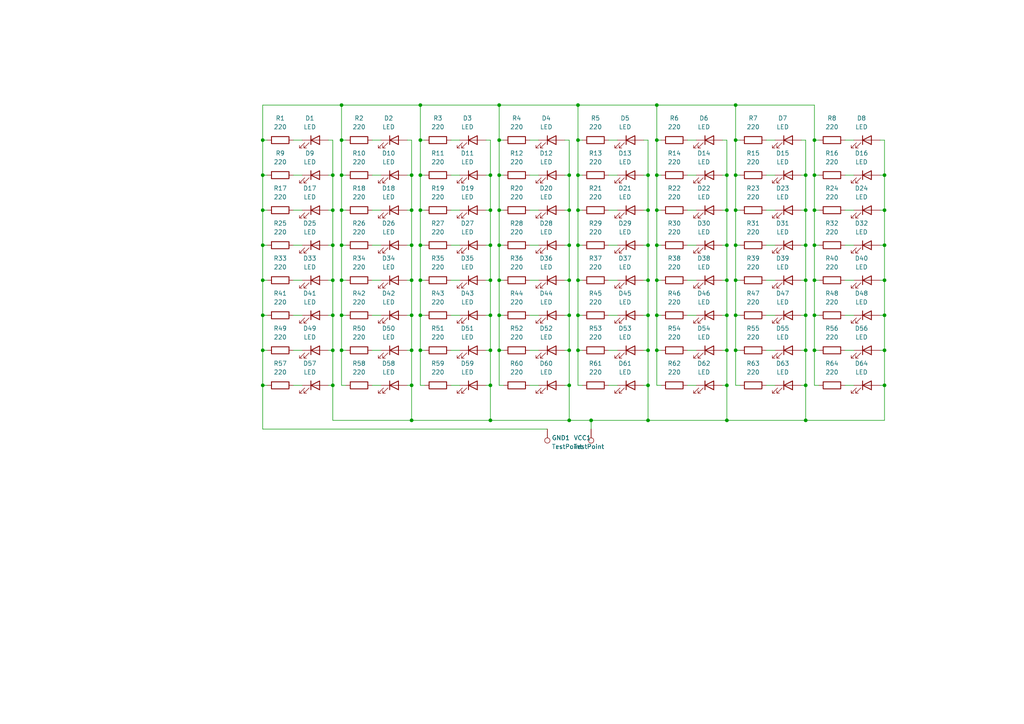
<source format=kicad_sch>
(kicad_sch (version 20211123) (generator eeschema)
  (paper "A4")
  (junction (at 76.2 50.8))
  (junction (at 165.1 111.76))
  (junction (at 76.2 71.12))
  (junction (at 236.22 81.28))
  (junction (at 256.54 50.8))
  (junction (at 187.96 50.8))
  (junction (at 187.96 60.96))
  (junction (at 190.5 60.96))
  (junction (at 121.92 101.6))
  (junction (at 119.38 121.92))
  (junction (at 190.5 101.6))
  (junction (at 142.24 101.6))
  (junction (at 190.5 81.28))
  (junction (at 144.78 50.8))
  (junction (at 96.52 60.96))
  (junction (at 187.96 81.28))
  (junction (at 165.1 91.44))
  (junction (at 142.24 121.92))
  (junction (at 190.5 30.48))
  (junction (at 76.2 81.28))
  (junction (at 233.68 111.76))
  (junction (at 233.68 91.44))
  (junction (at 210.82 81.28))
  (junction (at 190.5 50.8))
  (junction (at 236.22 101.6))
  (junction (at 167.64 81.28))
  (junction (at 144.78 71.12))
  (junction (at 236.22 91.44))
  (junction (at 144.78 81.28))
  (junction (at 96.52 91.44))
  (junction (at 76.2 91.44))
  (junction (at 76.2 40.64))
  (junction (at 165.1 121.92))
  (junction (at 233.68 121.92))
  (junction (at 142.24 50.8))
  (junction (at 256.54 60.96))
  (junction (at 236.22 60.96))
  (junction (at 119.38 50.8))
  (junction (at 187.96 111.76))
  (junction (at 144.78 40.64))
  (junction (at 96.52 71.12))
  (junction (at 165.1 101.6))
  (junction (at 96.52 101.6))
  (junction (at 99.06 60.96))
  (junction (at 213.36 81.28))
  (junction (at 76.2 111.76))
  (junction (at 99.06 30.48))
  (junction (at 99.06 91.44))
  (junction (at 121.92 71.12))
  (junction (at 213.36 71.12))
  (junction (at 96.52 81.28))
  (junction (at 213.36 40.64))
  (junction (at 210.82 91.44))
  (junction (at 119.38 81.28))
  (junction (at 119.38 71.12))
  (junction (at 210.82 71.12))
  (junction (at 190.5 40.64))
  (junction (at 167.64 40.64))
  (junction (at 187.96 121.92))
  (junction (at 187.96 91.44))
  (junction (at 256.54 91.44))
  (junction (at 210.82 111.76))
  (junction (at 167.64 30.48))
  (junction (at 210.82 121.92))
  (junction (at 210.82 60.96))
  (junction (at 76.2 101.6))
  (junction (at 236.22 71.12))
  (junction (at 144.78 91.44))
  (junction (at 256.54 101.6))
  (junction (at 210.82 101.6))
  (junction (at 119.38 60.96))
  (junction (at 210.82 50.8))
  (junction (at 119.38 111.76))
  (junction (at 213.36 30.48))
  (junction (at 121.92 91.44))
  (junction (at 142.24 91.44))
  (junction (at 99.06 50.8))
  (junction (at 187.96 101.6))
  (junction (at 121.92 40.64))
  (junction (at 165.1 50.8))
  (junction (at 236.22 50.8))
  (junction (at 99.06 40.64))
  (junction (at 142.24 71.12))
  (junction (at 233.68 50.8))
  (junction (at 233.68 71.12))
  (junction (at 167.64 50.8))
  (junction (at 121.92 60.96))
  (junction (at 99.06 101.6))
  (junction (at 256.54 111.76))
  (junction (at 213.36 101.6))
  (junction (at 236.22 40.64))
  (junction (at 121.92 81.28))
  (junction (at 167.64 71.12))
  (junction (at 144.78 60.96))
  (junction (at 190.5 91.44))
  (junction (at 119.38 101.6))
  (junction (at 144.78 101.6))
  (junction (at 187.96 71.12))
  (junction (at 142.24 60.96))
  (junction (at 213.36 91.44))
  (junction (at 99.06 81.28))
  (junction (at 233.68 101.6))
  (junction (at 167.64 101.6))
  (junction (at 96.52 111.76))
  (junction (at 119.38 91.44))
  (junction (at 233.68 81.28))
  (junction (at 165.1 71.12))
  (junction (at 165.1 81.28))
  (junction (at 167.64 60.96))
  (junction (at 233.68 60.96))
  (junction (at 213.36 60.96))
  (junction (at 165.1 60.96))
  (junction (at 121.92 30.48))
  (junction (at 99.06 71.12))
  (junction (at 190.5 71.12))
  (junction (at 171.45 121.92))
  (junction (at 96.52 50.8))
  (junction (at 76.2 60.96))
  (junction (at 256.54 81.28))
  (junction (at 121.92 50.8))
  (junction (at 256.54 71.12))
  (junction (at 144.78 30.48))
  (junction (at 167.64 91.44))
  (junction (at 213.36 50.8))
  (junction (at 142.24 111.76))
  (junction (at 142.24 81.28))
  (wire (pts (xy 76.2 40.64) (xy 77.47 40.64)))
  (wire (pts (xy 213.36 40.64) (xy 214.63 40.64)))
  (wire (pts (xy 144.78 30.48) (xy 144.78 40.64)))
  (wire (pts (xy 187.96 121.92) (xy 210.82 121.92)))
  (wire (pts (xy 99.06 30.48) (xy 121.92 30.48)))
  (wire (pts (xy 186.69 101.6) (xy 187.96 101.6)))
  (wire (pts (xy 256.54 81.28) (xy 256.54 91.44)))
  (wire (pts (xy 76.2 60.96) (xy 76.2 71.12)))
  (wire (pts (xy 187.96 60.96) (xy 187.96 71.12)))
  (wire (pts (xy 96.52 71.12) (xy 96.52 81.28)))
  (wire (pts (xy 99.06 71.12) (xy 100.33 71.12)))
  (wire (pts (xy 209.55 40.64) (xy 210.82 40.64)))
  (wire (pts (xy 190.5 30.48) (xy 190.5 40.64)))
  (wire (pts (xy 76.2 81.28) (xy 77.47 81.28)))
  (wire (pts (xy 213.36 91.44) (xy 213.36 101.6)))
  (wire (pts (xy 96.52 91.44) (xy 96.52 101.6)))
  (wire (pts (xy 119.38 50.8) (xy 119.38 60.96)))
  (wire (pts (xy 144.78 111.76) (xy 146.05 111.76)))
  (wire (pts (xy 76.2 111.76) (xy 76.2 124.46)))
  (wire (pts (xy 256.54 40.64) (xy 256.54 50.8)))
  (wire (pts (xy 99.06 81.28) (xy 99.06 91.44)))
  (wire (pts (xy 232.41 81.28) (xy 233.68 81.28)))
  (wire (pts (xy 222.25 50.8) (xy 224.79 50.8)))
  (wire (pts (xy 232.41 101.6) (xy 233.68 101.6)))
  (wire (pts (xy 213.36 50.8) (xy 214.63 50.8)))
  (wire (pts (xy 210.82 101.6) (xy 210.82 111.76)))
  (wire (pts (xy 213.36 101.6) (xy 214.63 101.6)))
  (wire (pts (xy 76.2 50.8) (xy 76.2 60.96)))
  (wire (pts (xy 118.11 81.28) (xy 119.38 81.28)))
  (wire (pts (xy 107.95 71.12) (xy 110.49 71.12)))
  (wire (pts (xy 119.38 121.92) (xy 142.24 121.92)))
  (wire (pts (xy 121.92 40.64) (xy 121.92 50.8)))
  (wire (pts (xy 121.92 91.44) (xy 121.92 101.6)))
  (wire (pts (xy 144.78 101.6) (xy 144.78 111.76)))
  (wire (pts (xy 255.27 101.6) (xy 256.54 101.6)))
  (wire (pts (xy 167.64 71.12) (xy 167.64 81.28)))
  (wire (pts (xy 187.96 91.44) (xy 187.96 101.6)))
  (wire (pts (xy 186.69 71.12) (xy 187.96 71.12)))
  (wire (pts (xy 99.06 30.48) (xy 99.06 40.64)))
  (wire (pts (xy 121.92 101.6) (xy 121.92 111.76)))
  (wire (pts (xy 107.95 50.8) (xy 110.49 50.8)))
  (wire (pts (xy 236.22 60.96) (xy 237.49 60.96)))
  (wire (pts (xy 130.81 50.8) (xy 133.35 50.8)))
  (wire (pts (xy 222.25 71.12) (xy 224.79 71.12)))
  (wire (pts (xy 130.81 111.76) (xy 133.35 111.76)))
  (wire (pts (xy 76.2 60.96) (xy 77.47 60.96)))
  (wire (pts (xy 76.2 111.76) (xy 77.47 111.76)))
  (wire (pts (xy 140.97 81.28) (xy 142.24 81.28)))
  (wire (pts (xy 76.2 91.44) (xy 77.47 91.44)))
  (wire (pts (xy 167.64 91.44) (xy 167.64 101.6)))
  (wire (pts (xy 213.36 71.12) (xy 213.36 81.28)))
  (wire (pts (xy 99.06 91.44) (xy 99.06 101.6)))
  (wire (pts (xy 121.92 91.44) (xy 123.19 91.44)))
  (wire (pts (xy 76.2 71.12) (xy 77.47 71.12)))
  (wire (pts (xy 76.2 30.48) (xy 76.2 40.64)))
  (wire (pts (xy 144.78 50.8) (xy 144.78 60.96)))
  (wire (pts (xy 213.36 60.96) (xy 214.63 60.96)))
  (wire (pts (xy 210.82 121.92) (xy 233.68 121.92)))
  (wire (pts (xy 121.92 71.12) (xy 121.92 81.28)))
  (wire (pts (xy 99.06 60.96) (xy 100.33 60.96)))
  (wire (pts (xy 232.41 40.64) (xy 233.68 40.64)))
  (wire (pts (xy 163.83 101.6) (xy 165.1 101.6)))
  (wire (pts (xy 190.5 71.12) (xy 191.77 71.12)))
  (wire (pts (xy 256.54 50.8) (xy 256.54 60.96)))
  (wire (pts (xy 167.64 60.96) (xy 168.91 60.96)))
  (wire (pts (xy 142.24 91.44) (xy 142.24 101.6)))
  (wire (pts (xy 96.52 60.96) (xy 96.52 71.12)))
  (wire (pts (xy 236.22 71.12) (xy 236.22 81.28)))
  (wire (pts (xy 130.81 101.6) (xy 133.35 101.6)))
  (wire (pts (xy 167.64 50.8) (xy 168.91 50.8)))
  (wire (pts (xy 213.36 30.48) (xy 190.5 30.48)))
  (wire (pts (xy 144.78 91.44) (xy 146.05 91.44)))
  (wire (pts (xy 85.09 71.12) (xy 87.63 71.12)))
  (wire (pts (xy 76.2 101.6) (xy 77.47 101.6)))
  (wire (pts (xy 119.38 81.28) (xy 119.38 91.44)))
  (wire (pts (xy 76.2 50.8) (xy 77.47 50.8)))
  (wire (pts (xy 233.68 81.28) (xy 233.68 91.44)))
  (wire (pts (xy 222.25 81.28) (xy 224.79 81.28)))
  (wire (pts (xy 236.22 40.64) (xy 237.49 40.64)))
  (wire (pts (xy 144.78 81.28) (xy 144.78 91.44)))
  (wire (pts (xy 118.11 60.96) (xy 119.38 60.96)))
  (wire (pts (xy 121.92 30.48) (xy 121.92 40.64)))
  (wire (pts (xy 121.92 40.64) (xy 123.19 40.64)))
  (wire (pts (xy 236.22 50.8) (xy 237.49 50.8)))
  (wire (pts (xy 163.83 111.76) (xy 165.1 111.76)))
  (wire (pts (xy 210.82 60.96) (xy 210.82 71.12)))
  (wire (pts (xy 255.27 91.44) (xy 256.54 91.44)))
  (wire (pts (xy 167.64 50.8) (xy 167.64 60.96)))
  (wire (pts (xy 99.06 50.8) (xy 100.33 50.8)))
  (wire (pts (xy 209.55 81.28) (xy 210.82 81.28)))
  (wire (pts (xy 121.92 30.48) (xy 144.78 30.48)))
  (wire (pts (xy 210.82 40.64) (xy 210.82 50.8)))
  (wire (pts (xy 130.81 60.96) (xy 133.35 60.96)))
  (wire (pts (xy 167.64 111.76) (xy 168.91 111.76)))
  (wire (pts (xy 95.25 40.64) (xy 96.52 40.64)))
  (wire (pts (xy 119.38 71.12) (xy 119.38 81.28)))
  (wire (pts (xy 232.41 91.44) (xy 233.68 91.44)))
  (wire (pts (xy 190.5 81.28) (xy 190.5 91.44)))
  (wire (pts (xy 130.81 40.64) (xy 133.35 40.64)))
  (wire (pts (xy 121.92 81.28) (xy 123.19 81.28)))
  (wire (pts (xy 210.82 71.12) (xy 210.82 81.28)))
  (wire (pts (xy 76.2 124.46) (xy 158.75 124.46)))
  (wire (pts (xy 245.11 91.44) (xy 247.65 91.44)))
  (wire (pts (xy 236.22 111.76) (xy 237.49 111.76)))
  (wire (pts (xy 153.67 101.6) (xy 156.21 101.6)))
  (wire (pts (xy 96.52 40.64) (xy 96.52 50.8)))
  (wire (pts (xy 121.92 81.28) (xy 121.92 91.44)))
  (wire (pts (xy 121.92 111.76) (xy 123.19 111.76)))
  (wire (pts (xy 256.54 121.92) (xy 256.54 111.76)))
  (wire (pts (xy 163.83 91.44) (xy 165.1 91.44)))
  (wire (pts (xy 140.97 50.8) (xy 142.24 50.8)))
  (wire (pts (xy 236.22 101.6) (xy 237.49 101.6)))
  (wire (pts (xy 190.5 81.28) (xy 191.77 81.28)))
  (wire (pts (xy 210.82 111.76) (xy 210.82 121.92)))
  (wire (pts (xy 176.53 91.44) (xy 179.07 91.44)))
  (wire (pts (xy 187.96 50.8) (xy 187.96 60.96)))
  (wire (pts (xy 119.38 101.6) (xy 119.38 111.76)))
  (wire (pts (xy 187.96 40.64) (xy 187.96 50.8)))
  (wire (pts (xy 236.22 50.8) (xy 236.22 60.96)))
  (wire (pts (xy 213.36 91.44) (xy 214.63 91.44)))
  (wire (pts (xy 140.97 60.96) (xy 142.24 60.96)))
  (wire (pts (xy 121.92 101.6) (xy 123.19 101.6)))
  (wire (pts (xy 209.55 71.12) (xy 210.82 71.12)))
  (wire (pts (xy 144.78 81.28) (xy 146.05 81.28)))
  (wire (pts (xy 245.11 111.76) (xy 247.65 111.76)))
  (wire (pts (xy 96.52 121.92) (xy 119.38 121.92)))
  (wire (pts (xy 165.1 81.28) (xy 165.1 91.44)))
  (wire (pts (xy 165.1 60.96) (xy 165.1 71.12)))
  (wire (pts (xy 236.22 101.6) (xy 236.22 111.76)))
  (wire (pts (xy 118.11 101.6) (xy 119.38 101.6)))
  (wire (pts (xy 187.96 101.6) (xy 187.96 111.76)))
  (wire (pts (xy 186.69 91.44) (xy 187.96 91.44)))
  (wire (pts (xy 255.27 81.28) (xy 256.54 81.28)))
  (wire (pts (xy 142.24 71.12) (xy 142.24 81.28)))
  (wire (pts (xy 213.36 71.12) (xy 214.63 71.12)))
  (wire (pts (xy 107.95 101.6) (xy 110.49 101.6)))
  (wire (pts (xy 167.64 60.96) (xy 167.64 71.12)))
  (wire (pts (xy 222.25 91.44) (xy 224.79 91.44)))
  (wire (pts (xy 176.53 111.76) (xy 179.07 111.76)))
  (wire (pts (xy 118.11 40.64) (xy 119.38 40.64)))
  (wire (pts (xy 96.52 50.8) (xy 96.52 60.96)))
  (wire (pts (xy 213.36 81.28) (xy 213.36 91.44)))
  (wire (pts (xy 245.11 50.8) (xy 247.65 50.8)))
  (wire (pts (xy 165.1 50.8) (xy 165.1 60.96)))
  (wire (pts (xy 144.78 71.12) (xy 144.78 81.28)))
  (wire (pts (xy 186.69 81.28) (xy 187.96 81.28)))
  (wire (pts (xy 233.68 50.8) (xy 233.68 60.96)))
  (wire (pts (xy 99.06 40.64) (xy 100.33 40.64)))
  (wire (pts (xy 255.27 40.64) (xy 256.54 40.64)))
  (wire (pts (xy 95.25 111.76) (xy 96.52 111.76)))
  (wire (pts (xy 167.64 40.64) (xy 167.64 50.8)))
  (wire (pts (xy 236.22 91.44) (xy 236.22 101.6)))
  (wire (pts (xy 255.27 71.12) (xy 256.54 71.12)))
  (wire (pts (xy 233.68 60.96) (xy 233.68 71.12)))
  (wire (pts (xy 99.06 91.44) (xy 100.33 91.44)))
  (wire (pts (xy 167.64 81.28) (xy 168.91 81.28)))
  (wire (pts (xy 118.11 111.76) (xy 119.38 111.76)))
  (wire (pts (xy 213.36 30.48) (xy 213.36 40.64)))
  (wire (pts (xy 144.78 40.64) (xy 146.05 40.64)))
  (wire (pts (xy 144.78 71.12) (xy 146.05 71.12)))
  (wire (pts (xy 85.09 101.6) (xy 87.63 101.6)))
  (wire (pts (xy 107.95 81.28) (xy 110.49 81.28)))
  (wire (pts (xy 186.69 111.76) (xy 187.96 111.76)))
  (wire (pts (xy 236.22 40.64) (xy 236.22 50.8)))
  (wire (pts (xy 121.92 60.96) (xy 121.92 71.12)))
  (wire (pts (xy 167.64 40.64) (xy 168.91 40.64)))
  (wire (pts (xy 144.78 101.6) (xy 146.05 101.6)))
  (wire (pts (xy 85.09 111.76) (xy 87.63 111.76)))
  (wire (pts (xy 190.5 40.64) (xy 191.77 40.64)))
  (wire (pts (xy 165.1 121.92) (xy 171.45 121.92)))
  (wire (pts (xy 236.22 30.48) (xy 236.22 40.64)))
  (wire (pts (xy 256.54 71.12) (xy 256.54 81.28)))
  (wire (pts (xy 99.06 60.96) (xy 99.06 71.12)))
  (wire (pts (xy 99.06 71.12) (xy 99.06 81.28)))
  (wire (pts (xy 95.25 50.8) (xy 96.52 50.8)))
  (wire (pts (xy 140.97 71.12) (xy 142.24 71.12)))
  (wire (pts (xy 176.53 101.6) (xy 179.07 101.6)))
  (wire (pts (xy 199.39 40.64) (xy 201.93 40.64)))
  (wire (pts (xy 85.09 91.44) (xy 87.63 91.44)))
  (wire (pts (xy 153.67 50.8) (xy 156.21 50.8)))
  (wire (pts (xy 95.25 60.96) (xy 96.52 60.96)))
  (wire (pts (xy 142.24 81.28) (xy 142.24 91.44)))
  (wire (pts (xy 233.68 101.6) (xy 233.68 111.76)))
  (wire (pts (xy 153.67 40.64) (xy 156.21 40.64)))
  (wire (pts (xy 190.5 50.8) (xy 191.77 50.8)))
  (wire (pts (xy 190.5 91.44) (xy 190.5 101.6)))
  (wire (pts (xy 121.92 60.96) (xy 123.19 60.96)))
  (wire (pts (xy 167.64 91.44) (xy 168.91 91.44)))
  (wire (pts (xy 232.41 111.76) (xy 233.68 111.76)))
  (wire (pts (xy 167.64 101.6) (xy 167.64 111.76)))
  (wire (pts (xy 210.82 81.28) (xy 210.82 91.44)))
  (wire (pts (xy 96.52 101.6) (xy 96.52 111.76)))
  (wire (pts (xy 165.1 40.64) (xy 165.1 50.8)))
  (wire (pts (xy 140.97 101.6) (xy 142.24 101.6)))
  (wire (pts (xy 95.25 101.6) (xy 96.52 101.6)))
  (wire (pts (xy 190.5 111.76) (xy 191.77 111.76)))
  (wire (pts (xy 199.39 60.96) (xy 201.93 60.96)))
  (wire (pts (xy 107.95 60.96) (xy 110.49 60.96)))
  (wire (pts (xy 144.78 50.8) (xy 146.05 50.8)))
  (wire (pts (xy 213.36 50.8) (xy 213.36 60.96)))
  (wire (pts (xy 85.09 81.28) (xy 87.63 81.28)))
  (wire (pts (xy 171.45 121.92) (xy 171.45 124.46)))
  (wire (pts (xy 167.64 101.6) (xy 168.91 101.6)))
  (wire (pts (xy 99.06 50.8) (xy 99.06 60.96)))
  (wire (pts (xy 210.82 91.44) (xy 210.82 101.6)))
  (wire (pts (xy 190.5 60.96) (xy 190.5 71.12)))
  (wire (pts (xy 233.68 91.44) (xy 233.68 101.6)))
  (wire (pts (xy 176.53 40.64) (xy 179.07 40.64)))
  (wire (pts (xy 107.95 91.44) (xy 110.49 91.44)))
  (wire (pts (xy 163.83 50.8) (xy 165.1 50.8)))
  (wire (pts (xy 187.96 111.76) (xy 187.96 121.92)))
  (wire (pts (xy 144.78 30.48) (xy 167.64 30.48)))
  (wire (pts (xy 76.2 91.44) (xy 76.2 101.6)))
  (wire (pts (xy 119.38 111.76) (xy 119.38 121.92)))
  (wire (pts (xy 171.45 121.92) (xy 187.96 121.92)))
  (wire (pts (xy 199.39 91.44) (xy 201.93 91.44)))
  (wire (pts (xy 163.83 71.12) (xy 165.1 71.12)))
  (wire (pts (xy 130.81 71.12) (xy 133.35 71.12)))
  (wire (pts (xy 210.82 50.8) (xy 210.82 60.96)))
  (wire (pts (xy 209.55 91.44) (xy 210.82 91.44)))
  (wire (pts (xy 85.09 50.8) (xy 87.63 50.8)))
  (wire (pts (xy 236.22 60.96) (xy 236.22 71.12)))
  (wire (pts (xy 85.09 40.64) (xy 87.63 40.64)))
  (wire (pts (xy 107.95 40.64) (xy 110.49 40.64)))
  (wire (pts (xy 144.78 60.96) (xy 144.78 71.12)))
  (wire (pts (xy 176.53 71.12) (xy 179.07 71.12)))
  (wire (pts (xy 144.78 40.64) (xy 144.78 50.8)))
  (wire (pts (xy 76.2 81.28) (xy 76.2 91.44)))
  (wire (pts (xy 176.53 81.28) (xy 179.07 81.28)))
  (wire (pts (xy 176.53 50.8) (xy 179.07 50.8)))
  (wire (pts (xy 190.5 60.96) (xy 191.77 60.96)))
  (wire (pts (xy 233.68 111.76) (xy 233.68 121.92)))
  (wire (pts (xy 99.06 111.76) (xy 100.33 111.76)))
  (wire (pts (xy 245.11 40.64) (xy 247.65 40.64)))
  (wire (pts (xy 99.06 101.6) (xy 99.06 111.76)))
  (wire (pts (xy 236.22 91.44) (xy 237.49 91.44)))
  (wire (pts (xy 165.1 71.12) (xy 165.1 81.28)))
  (wire (pts (xy 190.5 71.12) (xy 190.5 81.28)))
  (wire (pts (xy 245.11 71.12) (xy 247.65 71.12)))
  (wire (pts (xy 245.11 81.28) (xy 247.65 81.28)))
  (wire (pts (xy 213.36 30.48) (xy 236.22 30.48)))
  (wire (pts (xy 142.24 121.92) (xy 165.1 121.92)))
  (wire (pts (xy 140.97 91.44) (xy 142.24 91.44)))
  (wire (pts (xy 163.83 60.96) (xy 165.1 60.96)))
  (wire (pts (xy 245.11 60.96) (xy 247.65 60.96)))
  (wire (pts (xy 209.55 60.96) (xy 210.82 60.96)))
  (wire (pts (xy 232.41 50.8) (xy 233.68 50.8)))
  (wire (pts (xy 186.69 60.96) (xy 187.96 60.96)))
  (wire (pts (xy 199.39 81.28) (xy 201.93 81.28)))
  (wire (pts (xy 142.24 50.8) (xy 142.24 60.96)))
  (wire (pts (xy 233.68 121.92) (xy 256.54 121.92)))
  (wire (pts (xy 190.5 91.44) (xy 191.77 91.44)))
  (wire (pts (xy 199.39 101.6) (xy 201.93 101.6)))
  (wire (pts (xy 245.11 101.6) (xy 247.65 101.6)))
  (wire (pts (xy 236.22 71.12) (xy 237.49 71.12)))
  (wire (pts (xy 256.54 101.6) (xy 256.54 111.76)))
  (wire (pts (xy 153.67 60.96) (xy 156.21 60.96)))
  (wire (pts (xy 236.22 81.28) (xy 236.22 91.44)))
  (wire (pts (xy 95.25 91.44) (xy 96.52 91.44)))
  (wire (pts (xy 153.67 111.76) (xy 156.21 111.76)))
  (wire (pts (xy 222.25 111.76) (xy 224.79 111.76)))
  (wire (pts (xy 142.24 40.64) (xy 142.24 50.8)))
  (wire (pts (xy 121.92 71.12) (xy 123.19 71.12)))
  (wire (pts (xy 165.1 91.44) (xy 165.1 101.6)))
  (wire (pts (xy 199.39 50.8) (xy 201.93 50.8)))
  (wire (pts (xy 167.64 71.12) (xy 168.91 71.12)))
  (wire (pts (xy 256.54 91.44) (xy 256.54 101.6)))
  (wire (pts (xy 140.97 111.76) (xy 142.24 111.76)))
  (wire (pts (xy 187.96 71.12) (xy 187.96 81.28)))
  (wire (pts (xy 121.92 50.8) (xy 121.92 60.96)))
  (wire (pts (xy 255.27 111.76) (xy 256.54 111.76)))
  (wire (pts (xy 190.5 101.6) (xy 191.77 101.6)))
  (wire (pts (xy 99.06 101.6) (xy 100.33 101.6)))
  (wire (pts (xy 76.2 30.48) (xy 99.06 30.48)))
  (wire (pts (xy 222.25 40.64) (xy 224.79 40.64)))
  (wire (pts (xy 118.11 71.12) (xy 119.38 71.12)))
  (wire (pts (xy 96.52 111.76) (xy 96.52 121.92)))
  (wire (pts (xy 255.27 50.8) (xy 256.54 50.8)))
  (wire (pts (xy 236.22 81.28) (xy 237.49 81.28)))
  (wire (pts (xy 165.1 111.76) (xy 165.1 121.92)))
  (wire (pts (xy 209.55 101.6) (xy 210.82 101.6)))
  (wire (pts (xy 167.64 30.48) (xy 167.64 40.64)))
  (wire (pts (xy 95.25 81.28) (xy 96.52 81.28)))
  (wire (pts (xy 142.24 111.76) (xy 142.24 121.92)))
  (wire (pts (xy 199.39 71.12) (xy 201.93 71.12)))
  (wire (pts (xy 199.39 111.76) (xy 201.93 111.76)))
  (wire (pts (xy 85.09 60.96) (xy 87.63 60.96)))
  (wire (pts (xy 76.2 101.6) (xy 76.2 111.76)))
  (wire (pts (xy 95.25 71.12) (xy 96.52 71.12)))
  (wire (pts (xy 96.52 81.28) (xy 96.52 91.44)))
  (wire (pts (xy 119.38 91.44) (xy 119.38 101.6)))
  (wire (pts (xy 190.5 50.8) (xy 190.5 60.96)))
  (wire (pts (xy 222.25 60.96) (xy 224.79 60.96)))
  (wire (pts (xy 153.67 81.28) (xy 156.21 81.28)))
  (wire (pts (xy 118.11 91.44) (xy 119.38 91.44)))
  (wire (pts (xy 119.38 60.96) (xy 119.38 71.12)))
  (wire (pts (xy 213.36 40.64) (xy 213.36 50.8)))
  (wire (pts (xy 213.36 81.28) (xy 214.63 81.28)))
  (wire (pts (xy 190.5 101.6) (xy 190.5 111.76)))
  (wire (pts (xy 213.36 101.6) (xy 213.36 111.76)))
  (wire (pts (xy 130.81 81.28) (xy 133.35 81.28)))
  (wire (pts (xy 119.38 40.64) (xy 119.38 50.8)))
  (wire (pts (xy 130.81 91.44) (xy 133.35 91.44)))
  (wire (pts (xy 186.69 50.8) (xy 187.96 50.8)))
  (wire (pts (xy 209.55 111.76) (xy 210.82 111.76)))
  (wire (pts (xy 99.06 81.28) (xy 100.33 81.28)))
  (wire (pts (xy 107.95 111.76) (xy 110.49 111.76)))
  (wire (pts (xy 99.06 40.64) (xy 99.06 50.8)))
  (wire (pts (xy 76.2 71.12) (xy 76.2 81.28)))
  (wire (pts (xy 167.64 30.48) (xy 190.5 30.48)))
  (wire (pts (xy 153.67 71.12) (xy 156.21 71.12)))
  (wire (pts (xy 187.96 81.28) (xy 187.96 91.44)))
  (wire (pts (xy 163.83 40.64) (xy 165.1 40.64)))
  (wire (pts (xy 163.83 81.28) (xy 165.1 81.28)))
  (wire (pts (xy 118.11 50.8) (xy 119.38 50.8)))
  (wire (pts (xy 165.1 101.6) (xy 165.1 111.76)))
  (wire (pts (xy 176.53 60.96) (xy 179.07 60.96)))
  (wire (pts (xy 142.24 101.6) (xy 142.24 111.76)))
  (wire (pts (xy 76.2 40.64) (xy 76.2 50.8)))
  (wire (pts (xy 233.68 71.12) (xy 233.68 81.28)))
  (wire (pts (xy 153.67 91.44) (xy 156.21 91.44)))
  (wire (pts (xy 209.55 50.8) (xy 210.82 50.8)))
  (wire (pts (xy 144.78 60.96) (xy 146.05 60.96)))
  (wire (pts (xy 213.36 111.76) (xy 214.63 111.76)))
  (wire (pts (xy 222.25 101.6) (xy 224.79 101.6)))
  (wire (pts (xy 121.92 50.8) (xy 123.19 50.8)))
  (wire (pts (xy 233.68 40.64) (xy 233.68 50.8)))
  (wire (pts (xy 256.54 60.96) (xy 256.54 71.12)))
  (wire (pts (xy 232.41 71.12) (xy 233.68 71.12)))
  (wire (pts (xy 232.41 60.96) (xy 233.68 60.96)))
  (wire (pts (xy 186.69 40.64) (xy 187.96 40.64)))
  (wire (pts (xy 190.5 40.64) (xy 190.5 50.8)))
  (wire (pts (xy 144.78 91.44) (xy 144.78 101.6)))
  (wire (pts (xy 167.64 81.28) (xy 167.64 91.44)))
  (wire (pts (xy 255.27 60.96) (xy 256.54 60.96)))
  (wire (pts (xy 142.24 60.96) (xy 142.24 71.12)))
  (wire (pts (xy 140.97 40.64) (xy 142.24 40.64)))
  (wire (pts (xy 213.36 60.96) (xy 213.36 71.12)))
  (symbol (lib_id "Connector:TestPoint") (at 158.75 124.46 180) (unit 1)
    (property "Reference" "GND1" (at 160.02 127 0) (effects (justify right)))
    (property "Value" "TestPoint" (at 160.02 129.54 0) (effects (justify right)))
    (property "Footprint" "TestPoint:TestPoint_Pad_4.0x4.0mm" (effects hide))
  )
  (symbol (lib_id "Device:LED") (at 205.74 91.44 0) (unit 1)
    (property "Reference" "D46" (at 204.1525 85.09 0))
    (property "Value" "LED" (at 204.1525 87.63 0))
    (property "Footprint" "LED_THT:LED_D5.0mm" (effects hide))
  )
  (symbol (lib_id "Device:R") (at 195.58 101.6 90) (unit 1)
    (property "Reference" "R54" (at 195.58 95.25 90))
    (property "Value" "220" (at 195.58 97.79 90))
    (property "Footprint" "Resistor_THT:R_Axial_DIN0207_L6.3mm_D2.5mm_P7.62mm_Horizontal" (effects hide))
  )
  (symbol (lib_id "Device:LED") (at 228.6 81.28 0) (unit 1)
    (property "Reference" "D39" (at 227.0125 74.93 0))
    (property "Value" "LED" (at 227.0125 77.47 0))
    (property "Footprint" "LED_THT:LED_D5.0mm" (effects hide))
  )
  (symbol (lib_id "Device:LED") (at 251.46 71.12 0) (unit 1)
    (property "Reference" "D32" (at 249.8725 64.77 0))
    (property "Value" "LED" (at 249.8725 67.31 0))
    (property "Footprint" "LED_THT:LED_D5.0mm" (effects hide))
  )
  (symbol (lib_id "Device:LED") (at 160.02 71.12 0) (unit 1)
    (property "Reference" "D28" (at 158.4325 64.77 0))
    (property "Value" "LED" (at 158.4325 67.31 0))
    (property "Footprint" "LED_THT:LED_D5.0mm" (effects hide))
  )
  (symbol (lib_id "Device:LED") (at 137.16 91.44 0) (unit 1)
    (property "Reference" "D43" (at 135.5725 85.09 0))
    (property "Value" "LED" (at 135.5725 87.63 0))
    (property "Footprint" "LED_THT:LED_D5.0mm" (effects hide))
  )
  (symbol (lib_id "Device:R") (at 127 111.76 90) (unit 1)
    (property "Reference" "R59" (at 127 105.41 90))
    (property "Value" "220" (at 127 107.95 90))
    (property "Footprint" "Resistor_THT:R_Axial_DIN0207_L6.3mm_D2.5mm_P7.62mm_Horizontal" (effects hide))
  )
  (symbol (lib_id "Device:LED") (at 160.02 40.64 0) (unit 1)
    (property "Reference" "D4" (at 158.4325 34.29 0))
    (property "Value" "LED" (at 158.4325 36.83 0))
    (property "Footprint" "LED_THT:LED_D5.0mm" (effects hide))
  )
  (symbol (lib_id "Device:R") (at 149.86 111.76 90) (unit 1)
    (property "Reference" "R60" (at 149.86 105.41 90))
    (property "Value" "220" (at 149.86 107.95 90))
    (property "Footprint" "Resistor_THT:R_Axial_DIN0207_L6.3mm_D2.5mm_P7.62mm_Horizontal" (effects hide))
  )
  (symbol (lib_id "Device:LED") (at 137.16 111.76 0) (unit 1)
    (property "Reference" "D59" (at 135.5725 105.41 0))
    (property "Value" "LED" (at 135.5725 107.95 0))
    (property "Footprint" "LED_THT:LED_D5.0mm" (effects hide))
  )
  (symbol (lib_id "Device:LED") (at 91.44 81.28 0) (unit 1)
    (property "Reference" "D33" (at 89.8525 74.93 0))
    (property "Value" "LED" (at 89.8525 77.47 0))
    (property "Footprint" "LED_THT:LED_D5.0mm" (effects hide))
  )
  (symbol (lib_id "Device:LED") (at 91.44 60.96 0) (unit 1)
    (property "Reference" "D17" (at 89.8525 54.61 0))
    (property "Value" "LED" (at 89.8525 57.15 0))
    (property "Footprint" "LED_THT:LED_D5.0mm" (effects hide))
  )
  (symbol (lib_id "Device:LED") (at 160.02 50.8 0) (unit 1)
    (property "Reference" "D12" (at 158.4325 44.45 0))
    (property "Value" "LED" (at 158.4325 46.99 0))
    (property "Footprint" "LED_THT:LED_D5.0mm" (effects hide))
  )
  (symbol (lib_id "Device:LED") (at 182.88 91.44 0) (unit 1)
    (property "Reference" "D45" (at 181.2925 85.09 0))
    (property "Value" "LED" (at 181.2925 87.63 0))
    (property "Footprint" "LED_THT:LED_D5.0mm" (effects hide))
  )
  (symbol (lib_id "Device:R") (at 172.72 111.76 90) (unit 1)
    (property "Reference" "R61" (at 172.72 105.41 90))
    (property "Value" "220" (at 172.72 107.95 90))
    (property "Footprint" "Resistor_THT:R_Axial_DIN0207_L6.3mm_D2.5mm_P7.62mm_Horizontal" (effects hide))
  )
  (symbol (lib_id "Device:R") (at 172.72 71.12 90) (unit 1)
    (property "Reference" "R29" (at 172.72 64.77 90))
    (property "Value" "220" (at 172.72 67.31 90))
    (property "Footprint" "Resistor_THT:R_Axial_DIN0207_L6.3mm_D2.5mm_P7.62mm_Horizontal" (effects hide))
  )
  (symbol (lib_id "Device:R") (at 195.58 40.64 90) (unit 1)
    (property "Reference" "R6" (at 195.58 34.29 90))
    (property "Value" "220" (at 195.58 36.83 90))
    (property "Footprint" "Resistor_THT:R_Axial_DIN0207_L6.3mm_D2.5mm_P7.62mm_Horizontal" (effects hide))
  )
  (symbol (lib_id "Device:R") (at 218.44 91.44 90) (unit 1)
    (property "Reference" "R47" (at 218.44 85.09 90))
    (property "Value" "220" (at 218.44 87.63 90))
    (property "Footprint" "Resistor_THT:R_Axial_DIN0207_L6.3mm_D2.5mm_P7.62mm_Horizontal" (effects hide))
  )
  (symbol (lib_id "Device:R") (at 81.28 60.96 90) (unit 1)
    (property "Reference" "R17" (at 81.28 54.61 90))
    (property "Value" "220" (at 81.28 57.15 90))
    (property "Footprint" "Resistor_THT:R_Axial_DIN0207_L6.3mm_D2.5mm_P7.62mm_Horizontal" (effects hide))
  )
  (symbol (lib_id "Device:R") (at 149.86 91.44 90) (unit 1)
    (property "Reference" "R44" (at 149.86 85.09 90))
    (property "Value" "220" (at 149.86 87.63 90))
    (property "Footprint" "Resistor_THT:R_Axial_DIN0207_L6.3mm_D2.5mm_P7.62mm_Horizontal" (effects hide))
  )
  (symbol (lib_id "Device:LED") (at 228.6 60.96 0) (unit 1)
    (property "Reference" "D23" (at 227.0125 54.61 0))
    (property "Value" "LED" (at 227.0125 57.15 0))
    (property "Footprint" "LED_THT:LED_D5.0mm" (effects hide))
  )
  (symbol (lib_id "Device:R") (at 104.14 60.96 90) (unit 1)
    (property "Reference" "R18" (at 104.14 54.61 90))
    (property "Value" "220" (at 104.14 57.15 90))
    (property "Footprint" "Resistor_THT:R_Axial_DIN0207_L6.3mm_D2.5mm_P7.62mm_Horizontal" (effects hide))
  )
  (symbol (lib_id "Device:LED") (at 205.74 60.96 0) (unit 1)
    (property "Reference" "D22" (at 204.1525 54.61 0))
    (property "Value" "LED" (at 204.1525 57.15 0))
    (property "Footprint" "LED_THT:LED_D5.0mm" (effects hide))
  )
  (symbol (lib_id "Device:LED") (at 137.16 81.28 0) (unit 1)
    (property "Reference" "D35" (at 135.5725 74.93 0))
    (property "Value" "LED" (at 135.5725 77.47 0))
    (property "Footprint" "LED_THT:LED_D5.0mm" (effects hide))
  )
  (symbol (lib_id "Device:LED") (at 205.74 111.76 0) (unit 1)
    (property "Reference" "D62" (at 204.1525 105.41 0))
    (property "Value" "LED" (at 204.1525 107.95 0))
    (property "Footprint" "LED_THT:LED_D5.0mm" (effects hide))
  )
  (symbol (lib_id "Device:LED") (at 228.6 71.12 0) (unit 1)
    (property "Reference" "D31" (at 227.0125 64.77 0))
    (property "Value" "LED" (at 227.0125 67.31 0))
    (property "Footprint" "LED_THT:LED_D5.0mm" (effects hide))
  )
  (symbol (lib_id "Device:R") (at 218.44 71.12 90) (unit 1)
    (property "Reference" "R31" (at 218.44 64.77 90))
    (property "Value" "220" (at 218.44 67.31 90))
    (property "Footprint" "Resistor_THT:R_Axial_DIN0207_L6.3mm_D2.5mm_P7.62mm_Horizontal" (effects hide))
  )
  (symbol (lib_id "Device:R") (at 149.86 71.12 90) (unit 1)
    (property "Reference" "R28" (at 149.86 64.77 90))
    (property "Value" "220" (at 149.86 67.31 90))
    (property "Footprint" "Resistor_THT:R_Axial_DIN0207_L6.3mm_D2.5mm_P7.62mm_Horizontal" (effects hide))
  )
  (symbol (lib_id "Device:R") (at 104.14 50.8 90) (unit 1)
    (property "Reference" "R10" (at 104.14 44.45 90))
    (property "Value" "220" (at 104.14 46.99 90))
    (property "Footprint" "Resistor_THT:R_Axial_DIN0207_L6.3mm_D2.5mm_P7.62mm_Horizontal" (effects hide))
  )
  (symbol (lib_id "Device:R") (at 218.44 50.8 90) (unit 1)
    (property "Reference" "R15" (at 218.44 44.45 90))
    (property "Value" "220" (at 218.44 46.99 90))
    (property "Footprint" "Resistor_THT:R_Axial_DIN0207_L6.3mm_D2.5mm_P7.62mm_Horizontal" (effects hide))
  )
  (symbol (lib_id "Device:R") (at 104.14 40.64 90) (unit 1)
    (property "Reference" "R2" (at 104.14 34.29 90))
    (property "Value" "220" (at 104.14 36.83 90))
    (property "Footprint" "Resistor_THT:R_Axial_DIN0207_L6.3mm_D2.5mm_P7.62mm_Horizontal" (effects hide))
  )
  (symbol (lib_id "Device:R") (at 172.72 81.28 90) (unit 1)
    (property "Reference" "R37" (at 172.72 74.93 90))
    (property "Value" "220" (at 172.72 77.47 90))
    (property "Footprint" "Resistor_THT:R_Axial_DIN0207_L6.3mm_D2.5mm_P7.62mm_Horizontal" (effects hide))
  )
  (symbol (lib_id "Device:R") (at 149.86 50.8 90) (unit 1)
    (property "Reference" "R12" (at 149.86 44.45 90))
    (property "Value" "220" (at 149.86 46.99 90))
    (property "Footprint" "Resistor_THT:R_Axial_DIN0207_L6.3mm_D2.5mm_P7.62mm_Horizontal" (effects hide))
  )
  (symbol (lib_id "Device:LED") (at 137.16 40.64 0) (unit 1)
    (property "Reference" "D3" (at 135.5725 34.29 0))
    (property "Value" "LED" (at 135.5725 36.83 0))
    (property "Footprint" "LED_THT:LED_D5.0mm" (effects hide))
  )
  (symbol (lib_id "Device:R") (at 172.72 101.6 90) (unit 1)
    (property "Reference" "R53" (at 172.72 95.25 90))
    (property "Value" "220" (at 172.72 97.79 90))
    (property "Footprint" "Resistor_THT:R_Axial_DIN0207_L6.3mm_D2.5mm_P7.62mm_Horizontal" (effects hide))
  )
  (symbol (lib_id "Device:R") (at 127 71.12 90) (unit 1)
    (property "Reference" "R27" (at 127 64.77 90))
    (property "Value" "220" (at 127 67.31 90))
    (property "Footprint" "Resistor_THT:R_Axial_DIN0207_L6.3mm_D2.5mm_P7.62mm_Horizontal" (effects hide))
  )
  (symbol (lib_id "Device:LED") (at 91.44 71.12 0) (unit 1)
    (property "Reference" "D25" (at 89.8525 64.77 0))
    (property "Value" "LED" (at 89.8525 67.31 0))
    (property "Footprint" "LED_THT:LED_D5.0mm" (effects hide))
  )
  (symbol (lib_id "Device:R") (at 218.44 81.28 90) (unit 1)
    (property "Reference" "R39" (at 218.44 74.93 90))
    (property "Value" "220" (at 218.44 77.47 90))
    (property "Footprint" "Resistor_THT:R_Axial_DIN0207_L6.3mm_D2.5mm_P7.62mm_Horizontal" (effects hide))
  )
  (symbol (lib_id "Device:R") (at 127 60.96 90) (unit 1)
    (property "Reference" "R19" (at 127 54.61 90))
    (property "Value" "220" (at 127 57.15 90))
    (property "Footprint" "Resistor_THT:R_Axial_DIN0207_L6.3mm_D2.5mm_P7.62mm_Horizontal" (effects hide))
  )
  (symbol (lib_id "Device:R") (at 81.28 111.76 90) (unit 1)
    (property "Reference" "R57" (at 81.28 105.41 90))
    (property "Value" "220" (at 81.28 107.95 90))
    (property "Footprint" "Resistor_THT:R_Axial_DIN0207_L6.3mm_D2.5mm_P7.62mm_Horizontal" (effects hide))
  )
  (symbol (lib_id "Device:R") (at 218.44 60.96 90) (unit 1)
    (property "Reference" "R23" (at 218.44 54.61 90))
    (property "Value" "220" (at 218.44 57.15 90))
    (property "Footprint" "Resistor_THT:R_Axial_DIN0207_L6.3mm_D2.5mm_P7.62mm_Horizontal" (effects hide))
  )
  (symbol (lib_id "Device:R") (at 218.44 101.6 90) (unit 1)
    (property "Reference" "R55" (at 218.44 95.25 90))
    (property "Value" "220" (at 218.44 97.79 90))
    (property "Footprint" "Resistor_THT:R_Axial_DIN0207_L6.3mm_D2.5mm_P7.62mm_Horizontal" (effects hide))
  )
  (symbol (lib_id "Device:R") (at 241.3 60.96 90) (unit 1)
    (property "Reference" "R24" (at 241.3 54.61 90))
    (property "Value" "220" (at 241.3 57.15 90))
    (property "Footprint" "Resistor_THT:R_Axial_DIN0207_L6.3mm_D2.5mm_P7.62mm_Horizontal" (effects hide))
  )
  (symbol (lib_id "Device:LED") (at 228.6 91.44 0) (unit 1)
    (property "Reference" "D47" (at 227.0125 85.09 0))
    (property "Value" "LED" (at 227.0125 87.63 0))
    (property "Footprint" "LED_THT:LED_D5.0mm" (effects hide))
  )
  (symbol (lib_id "Device:R") (at 241.3 71.12 90) (unit 1)
    (property "Reference" "R32" (at 241.3 64.77 90))
    (property "Value" "220" (at 241.3 67.31 90))
    (property "Footprint" "Resistor_THT:R_Axial_DIN0207_L6.3mm_D2.5mm_P7.62mm_Horizontal" (effects hide))
  )
  (symbol (lib_id "Device:R") (at 104.14 101.6 90) (unit 1)
    (property "Reference" "R50" (at 104.14 95.25 90))
    (property "Value" "220" (at 104.14 97.79 90))
    (property "Footprint" "Resistor_THT:R_Axial_DIN0207_L6.3mm_D2.5mm_P7.62mm_Horizontal" (effects hide))
  )
  (symbol (lib_id "Device:LED") (at 251.46 60.96 0) (unit 1)
    (property "Reference" "D24" (at 249.8725 54.61 0))
    (property "Value" "LED" (at 249.8725 57.15 0))
    (property "Footprint" "LED_THT:LED_D5.0mm" (effects hide))
  )
  (symbol (lib_id "Device:LED") (at 251.46 111.76 0) (unit 1)
    (property "Reference" "D64" (at 249.8725 105.41 0))
    (property "Value" "LED" (at 249.8725 107.95 0))
    (property "Footprint" "LED_THT:LED_D5.0mm" (effects hide))
  )
  (symbol (lib_id "Device:LED") (at 182.88 60.96 0) (unit 1)
    (property "Reference" "D21" (at 181.2925 54.61 0))
    (property "Value" "LED" (at 181.2925 57.15 0))
    (property "Footprint" "LED_THT:LED_D5.0mm" (effects hide))
  )
  (symbol (lib_id "Device:R") (at 127 101.6 90) (unit 1)
    (property "Reference" "R51" (at 127 95.25 90))
    (property "Value" "220" (at 127 97.79 90))
    (property "Footprint" "Resistor_THT:R_Axial_DIN0207_L6.3mm_D2.5mm_P7.62mm_Horizontal" (effects hide))
  )
  (symbol (lib_id "Device:R") (at 104.14 91.44 90) (unit 1)
    (property "Reference" "R42" (at 104.14 85.09 90))
    (property "Value" "220" (at 104.14 87.63 90))
    (property "Footprint" "Resistor_THT:R_Axial_DIN0207_L6.3mm_D2.5mm_P7.62mm_Horizontal" (effects hide))
  )
  (symbol (lib_id "Device:LED") (at 137.16 71.12 0) (unit 1)
    (property "Reference" "D27" (at 135.5725 64.77 0))
    (property "Value" "LED" (at 135.5725 67.31 0))
    (property "Footprint" "LED_THT:LED_D5.0mm" (effects hide))
  )
  (symbol (lib_id "Device:LED") (at 137.16 60.96 0) (unit 1)
    (property "Reference" "D19" (at 135.5725 54.61 0))
    (property "Value" "LED" (at 135.5725 57.15 0))
    (property "Footprint" "LED_THT:LED_D5.0mm" (effects hide))
  )
  (symbol (lib_id "Device:LED") (at 205.74 40.64 0) (unit 1)
    (property "Reference" "D6" (at 204.1525 34.29 0))
    (property "Value" "LED" (at 204.1525 36.83 0))
    (property "Footprint" "LED_THT:LED_D5.0mm" (effects hide))
  )
  (symbol (lib_id "Device:LED") (at 114.3 101.6 0) (unit 1)
    (property "Reference" "D50" (at 112.7125 95.25 0))
    (property "Value" "LED" (at 112.7125 97.79 0))
    (property "Footprint" "LED_THT:LED_D5.0mm" (effects hide))
  )
  (symbol (lib_id "Device:R") (at 241.3 50.8 90) (unit 1)
    (property "Reference" "R16" (at 241.3 44.45 90))
    (property "Value" "220" (at 241.3 46.99 90))
    (property "Footprint" "Resistor_THT:R_Axial_DIN0207_L6.3mm_D2.5mm_P7.62mm_Horizontal" (effects hide))
  )
  (symbol (lib_id "Device:LED") (at 91.44 91.44 0) (unit 1)
    (property "Reference" "D41" (at 89.8525 85.09 0))
    (property "Value" "LED" (at 89.8525 87.63 0))
    (property "Footprint" "LED_THT:LED_D5.0mm" (effects hide))
  )
  (symbol (lib_id "Device:R") (at 149.86 60.96 90) (unit 1)
    (property "Reference" "R20" (at 149.86 54.61 90))
    (property "Value" "220" (at 149.86 57.15 90))
    (property "Footprint" "Resistor_THT:R_Axial_DIN0207_L6.3mm_D2.5mm_P7.62mm_Horizontal" (effects hide))
  )
  (symbol (lib_id "Device:R") (at 241.3 81.28 90) (unit 1)
    (property "Reference" "R40" (at 241.3 74.93 90))
    (property "Value" "220" (at 241.3 77.47 90))
    (property "Footprint" "Resistor_THT:R_Axial_DIN0207_L6.3mm_D2.5mm_P7.62mm_Horizontal" (effects hide))
  )
  (symbol (lib_id "Device:LED") (at 205.74 81.28 0) (unit 1)
    (property "Reference" "D38" (at 204.1525 74.93 0))
    (property "Value" "LED" (at 204.1525 77.47 0))
    (property "Footprint" "LED_THT:LED_D5.0mm" (effects hide))
  )
  (symbol (lib_id "Device:LED") (at 228.6 111.76 0) (unit 1)
    (property "Reference" "D63" (at 227.0125 105.41 0))
    (property "Value" "LED" (at 227.0125 107.95 0))
    (property "Footprint" "LED_THT:LED_D5.0mm" (effects hide))
  )
  (symbol (lib_id "Device:R") (at 172.72 60.96 90) (unit 1)
    (property "Reference" "R21" (at 172.72 54.61 90))
    (property "Value" "220" (at 172.72 57.15 90))
    (property "Footprint" "Resistor_THT:R_Axial_DIN0207_L6.3mm_D2.5mm_P7.62mm_Horizontal" (effects hide))
  )
  (symbol (lib_id "Device:LED") (at 160.02 101.6 0) (unit 1)
    (property "Reference" "D52" (at 158.4325 95.25 0))
    (property "Value" "LED" (at 158.4325 97.79 0))
    (property "Footprint" "LED_THT:LED_D5.0mm" (effects hide))
  )
  (symbol (lib_id "Device:R") (at 81.28 91.44 90) (unit 1)
    (property "Reference" "R41" (at 81.28 85.09 90))
    (property "Value" "220" (at 81.28 87.63 90))
    (property "Footprint" "Resistor_THT:R_Axial_DIN0207_L6.3mm_D2.5mm_P7.62mm_Horizontal" (effects hide))
  )
  (symbol (lib_id "Device:LED") (at 114.3 40.64 0) (unit 1)
    (property "Reference" "D2" (at 112.7125 34.29 0))
    (property "Value" "LED" (at 112.7125 36.83 0))
    (property "Footprint" "LED_THT:LED_D5.0mm" (effects hide))
  )
  (symbol (lib_id "Device:R") (at 172.72 40.64 90) (unit 1)
    (property "Reference" "R5" (at 172.72 34.29 90))
    (property "Value" "220" (at 172.72 36.83 90))
    (property "Footprint" "Resistor_THT:R_Axial_DIN0207_L6.3mm_D2.5mm_P7.62mm_Horizontal" (effects hide))
  )
  (symbol (lib_id "Device:R") (at 81.28 71.12 90) (unit 1)
    (property "Reference" "R25" (at 81.28 64.77 90))
    (property "Value" "220" (at 81.28 67.31 90))
    (property "Footprint" "Resistor_THT:R_Axial_DIN0207_L6.3mm_D2.5mm_P7.62mm_Horizontal" (effects hide))
  )
  (symbol (lib_id "Device:R") (at 241.3 40.64 90) (unit 1)
    (property "Reference" "R8" (at 241.3 34.29 90))
    (property "Value" "220" (at 241.3 36.83 90))
    (property "Footprint" "Resistor_THT:R_Axial_DIN0207_L6.3mm_D2.5mm_P7.62mm_Horizontal" (effects hide))
  )
  (symbol (lib_id "Device:R") (at 195.58 71.12 90) (unit 1)
    (property "Reference" "R30" (at 195.58 64.77 90))
    (property "Value" "220" (at 195.58 67.31 90))
    (property "Footprint" "Resistor_THT:R_Axial_DIN0207_L6.3mm_D2.5mm_P7.62mm_Horizontal" (effects hide))
  )
  (symbol (lib_id "Device:R") (at 172.72 91.44 90) (unit 1)
    (property "Reference" "R45" (at 172.72 85.09 90))
    (property "Value" "220" (at 172.72 87.63 90))
    (property "Footprint" "Resistor_THT:R_Axial_DIN0207_L6.3mm_D2.5mm_P7.62mm_Horizontal" (effects hide))
  )
  (symbol (lib_id "Device:LED") (at 91.44 40.64 0) (unit 1)
    (property "Reference" "D1" (at 89.8525 34.29 0))
    (property "Value" "LED" (at 89.8525 36.83 0))
    (property "Footprint" "LED_THT:LED_D5.0mm" (effects hide))
  )
  (symbol (lib_id "Device:R") (at 218.44 111.76 90) (unit 1)
    (property "Reference" "R63" (at 218.44 105.41 90))
    (property "Value" "220" (at 218.44 107.95 90))
    (property "Footprint" "Resistor_THT:R_Axial_DIN0207_L6.3mm_D2.5mm_P7.62mm_Horizontal" (effects hide))
  )
  (symbol (lib_id "Device:R") (at 172.72 50.8 90) (unit 1)
    (property "Reference" "R13" (at 172.72 44.45 90))
    (property "Value" "220" (at 172.72 46.99 90))
    (property "Footprint" "Resistor_THT:R_Axial_DIN0207_L6.3mm_D2.5mm_P7.62mm_Horizontal" (effects hide))
  )
  (symbol (lib_id "Device:LED") (at 182.88 71.12 0) (unit 1)
    (property "Reference" "D29" (at 181.2925 64.77 0))
    (property "Value" "LED" (at 181.2925 67.31 0))
    (property "Footprint" "LED_THT:LED_D5.0mm" (effects hide))
  )
  (symbol (lib_id "Device:LED") (at 114.3 60.96 0) (unit 1)
    (property "Reference" "D18" (at 112.7125 54.61 0))
    (property "Value" "LED" (at 112.7125 57.15 0))
    (property "Footprint" "LED_THT:LED_D5.0mm" (effects hide))
  )
  (symbol (lib_id "Device:LED") (at 91.44 101.6 0) (unit 1)
    (property "Reference" "D49" (at 89.8525 95.25 0))
    (property "Value" "LED" (at 89.8525 97.79 0))
    (property "Footprint" "LED_THT:LED_D5.0mm" (effects hide))
  )
  (symbol (lib_id "Device:R") (at 218.44 40.64 90) (unit 1)
    (property "Reference" "R7" (at 218.44 34.29 90))
    (property "Value" "220" (at 218.44 36.83 90))
    (property "Footprint" "Resistor_THT:R_Axial_DIN0207_L6.3mm_D2.5mm_P7.62mm_Horizontal" (effects hide))
  )
  (symbol (lib_id "Device:R") (at 127 40.64 90) (unit 1)
    (property "Reference" "R3" (at 127 34.29 90))
    (property "Value" "220" (at 127 36.83 90))
    (property "Footprint" "Resistor_THT:R_Axial_DIN0207_L6.3mm_D2.5mm_P7.62mm_Horizontal" (effects hide))
  )
  (symbol (lib_id "Device:R") (at 241.3 101.6 90) (unit 1)
    (property "Reference" "R56" (at 241.3 95.25 90))
    (property "Value" "220" (at 241.3 97.79 90))
    (property "Footprint" "Resistor_THT:R_Axial_DIN0207_L6.3mm_D2.5mm_P7.62mm_Horizontal" (effects hide))
  )
  (symbol (lib_id "Device:LED") (at 251.46 91.44 0) (unit 1)
    (property "Reference" "D48" (at 249.8725 85.09 0))
    (property "Value" "LED" (at 249.8725 87.63 0))
    (property "Footprint" "LED_THT:LED_D5.0mm" (effects hide))
  )
  (symbol (lib_id "Device:LED") (at 114.3 81.28 0) (unit 1)
    (property "Reference" "D34" (at 112.7125 74.93 0))
    (property "Value" "LED" (at 112.7125 77.47 0))
    (property "Footprint" "LED_THT:LED_D5.0mm" (effects hide))
  )
  (symbol (lib_id "Device:R") (at 81.28 40.64 90) (unit 1)
    (property "Reference" "R1" (at 81.28 34.29 90))
    (property "Value" "220" (at 81.28 36.83 90))
    (property "Footprint" "Resistor_THT:R_Axial_DIN0207_L6.3mm_D2.5mm_P7.62mm_Horizontal" (effects hide))
  )
  (symbol (lib_id "Device:LED") (at 182.88 50.8 0) (unit 1)
    (property "Reference" "D13" (at 181.2925 44.45 0))
    (property "Value" "LED" (at 181.2925 46.99 0))
    (property "Footprint" "LED_THT:LED_D5.0mm" (effects hide))
  )
  (symbol (lib_id "Device:LED") (at 182.88 111.76 0) (unit 1)
    (property "Reference" "D61" (at 181.2925 105.41 0))
    (property "Value" "LED" (at 181.2925 107.95 0))
    (property "Footprint" "LED_THT:LED_D5.0mm" (effects hide))
  )
  (symbol (lib_id "Device:LED") (at 228.6 101.6 0) (unit 1)
    (property "Reference" "D55" (at 227.0125 95.25 0))
    (property "Value" "LED" (at 227.0125 97.79 0))
    (property "Footprint" "LED_THT:LED_D5.0mm" (effects hide))
  )
  (symbol (lib_id "Device:R") (at 127 50.8 90) (unit 1)
    (property "Reference" "R11" (at 127 44.45 90))
    (property "Value" "220" (at 127 46.99 90))
    (property "Footprint" "Resistor_THT:R_Axial_DIN0207_L6.3mm_D2.5mm_P7.62mm_Horizontal" (effects hide))
  )
  (symbol (lib_id "Device:R") (at 127 81.28 90) (unit 1)
    (property "Reference" "R35" (at 127 74.93 90))
    (property "Value" "220" (at 127 77.47 90))
    (property "Footprint" "Resistor_THT:R_Axial_DIN0207_L6.3mm_D2.5mm_P7.62mm_Horizontal" (effects hide))
  )
  (symbol (lib_id "Device:LED") (at 205.74 50.8 0) (unit 1)
    (property "Reference" "D14" (at 204.1525 44.45 0))
    (property "Value" "LED" (at 204.1525 46.99 0))
    (property "Footprint" "LED_THT:LED_D5.0mm" (effects hide))
  )
  (symbol (lib_id "Device:LED") (at 182.88 40.64 0) (unit 1)
    (property "Reference" "D5" (at 181.2925 34.29 0))
    (property "Value" "LED" (at 181.2925 36.83 0))
    (property "Footprint" "LED_THT:LED_D5.0mm" (effects hide))
  )
  (symbol (lib_id "Device:LED") (at 251.46 81.28 0) (unit 1)
    (property "Reference" "D40" (at 249.8725 74.93 0))
    (property "Value" "LED" (at 249.8725 77.47 0))
    (property "Footprint" "LED_THT:LED_D5.0mm" (effects hide))
  )
  (symbol (lib_id "Device:R") (at 195.58 81.28 90) (unit 1)
    (property "Reference" "R38" (at 195.58 74.93 90))
    (property "Value" "220" (at 195.58 77.47 90))
    (property "Footprint" "Resistor_THT:R_Axial_DIN0207_L6.3mm_D2.5mm_P7.62mm_Horizontal" (effects hide))
  )
  (symbol (lib_id "Device:R") (at 104.14 81.28 90) (unit 1)
    (property "Reference" "R34" (at 104.14 74.93 90))
    (property "Value" "220" (at 104.14 77.47 90))
    (property "Footprint" "Resistor_THT:R_Axial_DIN0207_L6.3mm_D2.5mm_P7.62mm_Horizontal" (effects hide))
  )
  (symbol (lib_id "Device:LED") (at 160.02 81.28 0) (unit 1)
    (property "Reference" "D36" (at 158.4325 74.93 0))
    (property "Value" "LED" (at 158.4325 77.47 0))
    (property "Footprint" "LED_THT:LED_D5.0mm" (effects hide))
  )
  (symbol (lib_id "Device:LED") (at 91.44 111.76 0) (unit 1)
    (property "Reference" "D57" (at 89.8525 105.41 0))
    (property "Value" "LED" (at 89.8525 107.95 0))
    (property "Footprint" "LED_THT:LED_D5.0mm" (effects hide))
  )
  (symbol (lib_id "Device:LED") (at 114.3 71.12 0) (unit 1)
    (property "Reference" "D26" (at 112.7125 64.77 0))
    (property "Value" "LED" (at 112.7125 67.31 0))
    (property "Footprint" "LED_THT:LED_D5.0mm" (effects hide))
  )
  (symbol (lib_id "Device:R") (at 149.86 81.28 90) (unit 1)
    (property "Reference" "R36" (at 149.86 74.93 90))
    (property "Value" "220" (at 149.86 77.47 90))
    (property "Footprint" "Resistor_THT:R_Axial_DIN0207_L6.3mm_D2.5mm_P7.62mm_Horizontal" (effects hide))
  )
  (symbol (lib_id "Device:LED") (at 205.74 101.6 0) (unit 1)
    (property "Reference" "D54" (at 204.1525 95.25 0))
    (property "Value" "LED" (at 204.1525 97.79 0))
    (property "Footprint" "LED_THT:LED_D5.0mm" (effects hide))
  )
  (symbol (lib_id "Device:LED") (at 160.02 60.96 0) (unit 1)
    (property "Reference" "D20" (at 158.4325 54.61 0))
    (property "Value" "LED" (at 158.4325 57.15 0))
    (property "Footprint" "LED_THT:LED_D5.0mm" (effects hide))
  )
  (symbol (lib_id "Device:R") (at 195.58 91.44 90) (unit 1)
    (property "Reference" "R46" (at 195.58 85.09 90))
    (property "Value" "220" (at 195.58 87.63 90))
    (property "Footprint" "Resistor_THT:R_Axial_DIN0207_L6.3mm_D2.5mm_P7.62mm_Horizontal" (effects hide))
  )
  (symbol (lib_id "Device:LED") (at 160.02 111.76 0) (unit 1)
    (property "Reference" "D60" (at 158.4325 105.41 0))
    (property "Value" "LED" (at 158.4325 107.95 0))
    (property "Footprint" "LED_THT:LED_D5.0mm" (effects hide))
  )
  (symbol (lib_id "Device:LED") (at 137.16 50.8 0) (unit 1)
    (property "Reference" "D11" (at 135.5725 44.45 0))
    (property "Value" "LED" (at 135.5725 46.99 0))
    (property "Footprint" "LED_THT:LED_D5.0mm" (effects hide))
  )
  (symbol (lib_id "Device:LED") (at 205.74 71.12 0) (unit 1)
    (property "Reference" "D30" (at 204.1525 64.77 0))
    (property "Value" "LED" (at 204.1525 67.31 0))
    (property "Footprint" "LED_THT:LED_D5.0mm" (effects hide))
  )
  (symbol (lib_id "Device:R") (at 195.58 111.76 90) (unit 1)
    (property "Reference" "R62" (at 195.58 105.41 90))
    (property "Value" "220" (at 195.58 107.95 90))
    (property "Footprint" "Resistor_THT:R_Axial_DIN0207_L6.3mm_D2.5mm_P7.62mm_Horizontal" (effects hide))
  )
  (symbol (lib_id "Device:LED") (at 251.46 101.6 0) (unit 1)
    (property "Reference" "D56" (at 249.8725 95.25 0))
    (property "Value" "LED" (at 249.8725 97.79 0))
    (property "Footprint" "LED_THT:LED_D5.0mm" (effects hide))
  )
  (symbol (lib_id "Device:R") (at 81.28 101.6 90) (unit 1)
    (property "Reference" "R49" (at 81.28 95.25 90))
    (property "Value" "220" (at 81.28 97.79 90))
    (property "Footprint" "Resistor_THT:R_Axial_DIN0207_L6.3mm_D2.5mm_P7.62mm_Horizontal" (effects hide))
  )
  (symbol (lib_id "Device:LED") (at 228.6 50.8 0) (unit 1)
    (property "Reference" "D15" (at 227.0125 44.45 0))
    (property "Value" "LED" (at 227.0125 46.99 0))
    (property "Footprint" "LED_THT:LED_D5.0mm" (effects hide))
  )
  (symbol (lib_id "Device:LED") (at 182.88 81.28 0) (unit 1)
    (property "Reference" "D37" (at 181.2925 74.93 0))
    (property "Value" "LED" (at 181.2925 77.47 0))
    (property "Footprint" "LED_THT:LED_D5.0mm" (effects hide))
  )
  (symbol (lib_id "Device:LED") (at 251.46 40.64 0) (unit 1)
    (property "Reference" "D8" (at 249.8725 34.29 0))
    (property "Value" "LED" (at 249.8725 36.83 0))
    (property "Footprint" "LED_THT:LED_D5.0mm" (effects hide))
  )
  (symbol (lib_id "Device:R") (at 241.3 111.76 90) (unit 1)
    (property "Reference" "R64" (at 241.3 105.41 90))
    (property "Value" "220" (at 241.3 107.95 90))
    (property "Footprint" "Resistor_THT:R_Axial_DIN0207_L6.3mm_D2.5mm_P7.62mm_Horizontal" (effects hide))
  )
  (symbol (lib_id "Device:LED") (at 91.44 50.8 0) (unit 1)
    (property "Reference" "D9" (at 89.8525 44.45 0))
    (property "Value" "LED" (at 89.8525 46.99 0))
    (property "Footprint" "LED_THT:LED_D5.0mm" (effects hide))
  )
  (symbol (lib_id "Device:LED") (at 137.16 101.6 0) (unit 1)
    (property "Reference" "D51" (at 135.5725 95.25 0))
    (property "Value" "LED" (at 135.5725 97.79 0))
    (property "Footprint" "LED_THT:LED_D5.0mm" (effects hide))
  )
  (symbol (lib_id "Device:LED") (at 182.88 101.6 0) (unit 1)
    (property "Reference" "D53" (at 181.2925 95.25 0))
    (property "Value" "LED" (at 181.2925 97.79 0))
    (property "Footprint" "LED_THT:LED_D5.0mm" (effects hide))
  )
  (symbol (lib_id "Device:R") (at 104.14 71.12 90) (unit 1)
    (property "Reference" "R26" (at 104.14 64.77 90))
    (property "Value" "220" (at 104.14 67.31 90))
    (property "Footprint" "Resistor_THT:R_Axial_DIN0207_L6.3mm_D2.5mm_P7.62mm_Horizontal" (effects hide))
  )
  (symbol (lib_id "Device:R") (at 195.58 50.8 90) (unit 1)
    (property "Reference" "R14" (at 195.58 44.45 90))
    (property "Value" "220" (at 195.58 46.99 90))
    (property "Footprint" "Resistor_THT:R_Axial_DIN0207_L6.3mm_D2.5mm_P7.62mm_Horizontal" (effects hide))
  )
  (symbol (lib_id "Device:LED") (at 114.3 50.8 0) (unit 1)
    (property "Reference" "D10" (at 112.7125 44.45 0))
    (property "Value" "LED" (at 112.7125 46.99 0))
    (property "Footprint" "LED_THT:LED_D5.0mm" (effects hide))
  )
  (symbol (lib_id "Device:R") (at 81.28 50.8 90) (unit 1)
    (property "Reference" "R9" (at 81.28 44.45 90))
    (property "Value" "220" (at 81.28 46.99 90))
    (property "Footprint" "Resistor_THT:R_Axial_DIN0207_L6.3mm_D2.5mm_P7.62mm_Horizontal" (effects hide))
  )
  (symbol (lib_id "Device:R") (at 149.86 40.64 90) (unit 1)
    (property "Reference" "R4" (at 149.86 34.29 90))
    (property "Value" "220" (at 149.86 36.83 90))
    (property "Footprint" "Resistor_THT:R_Axial_DIN0207_L6.3mm_D2.5mm_P7.62mm_Horizontal" (effects hide))
  )
  (symbol (lib_id "Device:R") (at 149.86 101.6 90) (unit 1)
    (property "Reference" "R52" (at 149.86 95.25 90))
    (property "Value" "220" (at 149.86 97.79 90))
    (property "Footprint" "Resistor_THT:R_Axial_DIN0207_L6.3mm_D2.5mm_P7.62mm_Horizontal" (effects hide))
  )
  (symbol (lib_id "Device:LED") (at 251.46 50.8 0) (unit 1)
    (property "Reference" "D16" (at 249.8725 44.45 0))
    (property "Value" "LED" (at 249.8725 46.99 0))
    (property "Footprint" "LED_THT:LED_D5.0mm" (effects hide))
  )
  (symbol (lib_id "Device:LED") (at 114.3 91.44 0) (unit 1)
    (property "Reference" "D42" (at 112.7125 85.09 0))
    (property "Value" "LED" (at 112.7125 87.63 0))
    (property "Footprint" "LED_THT:LED_D5.0mm" (effects hide))
  )
  (symbol (lib_id "Connector:TestPoint") (at 171.45 124.46 180) (unit 1)
    (property "Reference" "VCC1" (at 166.37 127 0) (effects (justify right)))
    (property "Value" "TestPoint" (at 166.37 129.54 0) (effects (justify right)))
    (property "Footprint" "TestPoint:TestPoint_Pad_D4.0mm" (effects hide))
  )
  (symbol (lib_id "Device:R") (at 195.58 60.96 90) (unit 1)
    (property "Reference" "R22" (at 195.58 54.61 90))
    (property "Value" "220" (at 195.58 57.15 90))
    (property "Footprint" "Resistor_THT:R_Axial_DIN0207_L6.3mm_D2.5mm_P7.62mm_Horizontal" (effects hide))
  )
  (symbol (lib_id "Device:R") (at 127 91.44 90) (unit 1)
    (property "Reference" "R43" (at 127 85.09 90))
    (property "Value" "220" (at 127 87.63 90))
    (property "Footprint" "Resistor_THT:R_Axial_DIN0207_L6.3mm_D2.5mm_P7.62mm_Horizontal" (effects hide))
  )
  (symbol (lib_id "Device:R") (at 241.3 91.44 90) (unit 1)
    (property "Reference" "R48" (at 241.3 85.09 90))
    (property "Value" "220" (at 241.3 87.63 90))
    (property "Footprint" "Resistor_THT:R_Axial_DIN0207_L6.3mm_D2.5mm_P7.62mm_Horizontal" (effects hide))
  )
  (symbol (lib_id "Device:R") (at 81.28 81.28 90) (unit 1)
    (property "Reference" "R33" (at 81.28 74.93 90))
    (property "Value" "220" (at 81.28 77.47 90))
    (property "Footprint" "Resistor_THT:R_Axial_DIN0207_L6.3mm_D2.5mm_P7.62mm_Horizontal" (effects hide))
  )
  (symbol (lib_id "Device:LED") (at 160.02 91.44 0) (unit 1)
    (property "Reference" "D44" (at 158.4325 85.09 0))
    (property "Value" "LED" (at 158.4325 87.63 0))
    (property "Footprint" "LED_THT:LED_D5.0mm" (effects hide))
  )
  (symbol (lib_id "Device:LED") (at 228.6 40.64 0) (unit 1)
    (property "Reference" "D7" (at 227.0125 34.29 0))
    (property "Value" "LED" (at 227.0125 36.83 0))
    (property "Footprint" "LED_THT:LED_D5.0mm" (effects hide))
  )
  (symbol (lib_id "Device:R") (at 104.14 111.76 90) (unit 1)
    (property "Reference" "R58" (at 104.14 105.41 90))
    (property "Value" "220" (at 104.14 107.95 90))
    (property "Footprint" "Resistor_THT:R_Axial_DIN0207_L6.3mm_D2.5mm_P7.62mm_Horizontal" (effects hide))
  )
  (symbol (lib_id "Device:LED") (at 114.3 111.76 0) (unit 1)
    (property "Reference" "D58" (at 112.7125 105.41 0))
    (property "Value" "LED" (at 112.7125 107.95 0))
    (property "Footprint" "LED_THT:LED_D5.0mm" (effects hide))
  )
)
</source>
